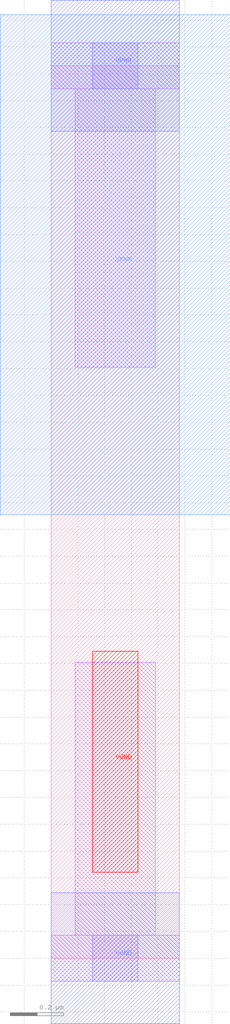
<source format=lef>
# Copyright 2020 The SkyWater PDK Authors
#
# Licensed under the Apache License, Version 2.0 (the "License");
# you may not use this file except in compliance with the License.
# You may obtain a copy of the License at
#
#     https://www.apache.org/licenses/LICENSE-2.0
#
# Unless required by applicable law or agreed to in writing, software
# distributed under the License is distributed on an "AS IS" BASIS,
# WITHOUT WARRANTIES OR CONDITIONS OF ANY KIND, either express or implied.
# See the License for the specific language governing permissions and
# limitations under the License.
#
# SPDX-License-Identifier: Apache-2.0

VERSION 5.7 ;
  NOWIREEXTENSIONATPIN ON ;
  DIVIDERCHAR "/" ;
  BUSBITCHARS "[]" ;
MACRO sky130_fd_sc_lp__tapvpwrvgnd_1
  CLASS CORE WELLTAP ;
  FOREIGN sky130_fd_sc_lp__tapvpwrvgnd_1 ;
  ORIGIN  0.000000  0.000000 ;
  SIZE  0.480000 BY  3.330000 ;
  SYMMETRY X Y R90 ;
  SITE unit ;
  PIN VGND
    DIRECTION INOUT ;
    USE GROUND ;
    PORT
      LAYER met1 ;
        RECT 0.000000 -0.245000 0.480000 0.245000 ;
      LAYER pwell ;
        RECT 0.155000 0.320000 0.325000 1.145000 ;
    END
  END VGND
  PIN VPWR
    DIRECTION INOUT ;
    USE POWER ;
    PORT
      LAYER met1 ;
        RECT 0.000000 3.085000 0.480000 3.575000 ;
      LAYER nwell ;
        RECT -0.190000 1.655000 0.670000 3.520000 ;
    END
  END VPWR
  OBS
    LAYER li1 ;
      RECT 0.000000 -0.085000 0.480000 0.085000 ;
      RECT 0.000000  3.245000 0.480000 3.415000 ;
      RECT 0.090000  0.085000 0.390000 1.105000 ;
      RECT 0.090000  2.205000 0.390000 3.245000 ;
    LAYER mcon ;
      RECT 0.155000 -0.085000 0.325000 0.085000 ;
      RECT 0.155000  3.245000 0.325000 3.415000 ;
  END
END sky130_fd_sc_lp__tapvpwrvgnd_1
END LIBRARY

</source>
